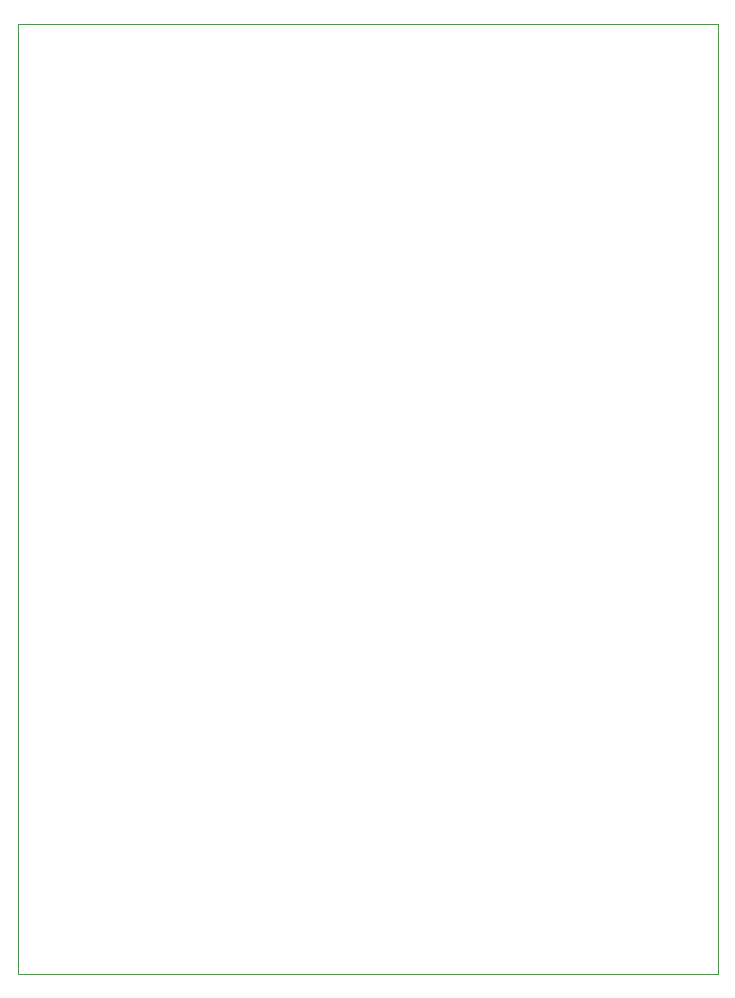
<source format=gbr>
%TF.GenerationSoftware,KiCad,Pcbnew,9.0.0*%
%TF.CreationDate,2025-04-05T16:57:48+02:00*%
%TF.ProjectId,PCB_v2,5043425f-7632-42e6-9b69-6361645f7063,rev?*%
%TF.SameCoordinates,Original*%
%TF.FileFunction,Profile,NP*%
%FSLAX46Y46*%
G04 Gerber Fmt 4.6, Leading zero omitted, Abs format (unit mm)*
G04 Created by KiCad (PCBNEW 9.0.0) date 2025-04-05 16:57:48*
%MOMM*%
%LPD*%
G01*
G04 APERTURE LIST*
%TA.AperFunction,Profile*%
%ADD10C,0.050000*%
%TD*%
G04 APERTURE END LIST*
D10*
X88925000Y-56025000D02*
X148175000Y-56025000D01*
X148175000Y-136450000D01*
X88925000Y-136450000D01*
X88925000Y-56025000D01*
M02*

</source>
